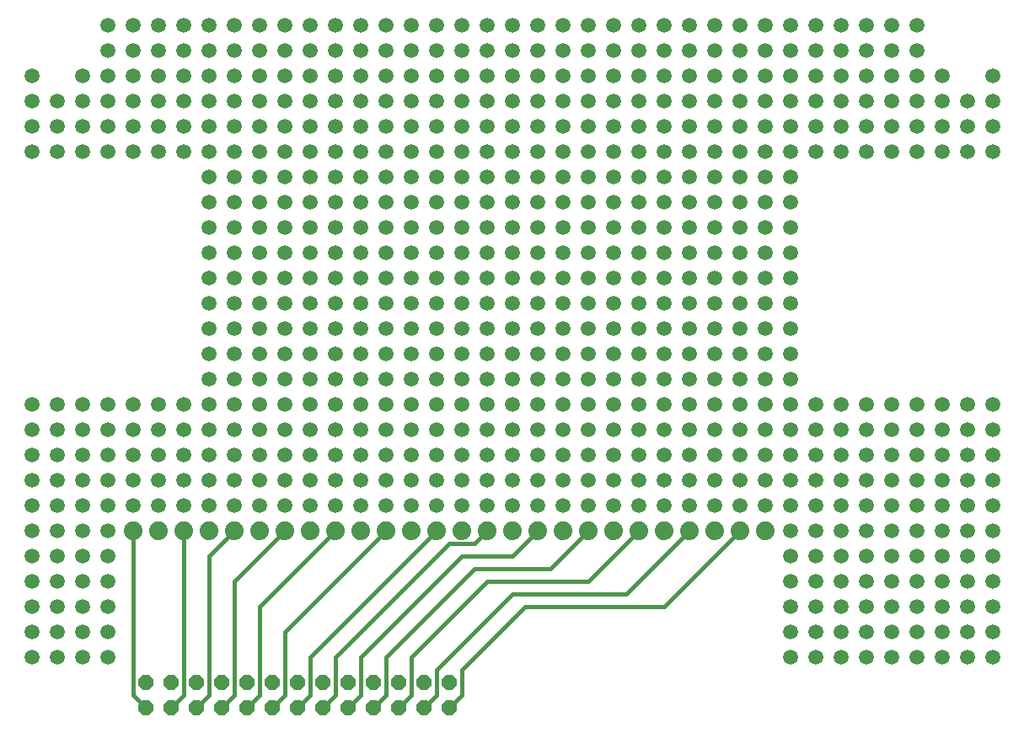
<source format=gbl>
G75*
%MOIN*%
%OFA0B0*%
%FSLAX25Y25*%
%IPPOS*%
%LPD*%
%AMOC8*
5,1,8,0,0,1.08239X$1,22.5*
%
%ADD10C,0.07400*%
%ADD11OC8,0.06000*%
%ADD12C,0.01600*%
%ADD13C,0.05906*%
D10*
X0046000Y0106300D03*
X0056000Y0106300D03*
X0066000Y0106300D03*
X0076000Y0106300D03*
X0086000Y0106300D03*
X0096000Y0106300D03*
X0106000Y0106300D03*
X0116000Y0106300D03*
X0126000Y0106300D03*
X0136000Y0106300D03*
X0146000Y0106300D03*
X0156000Y0106300D03*
X0166000Y0106300D03*
X0176000Y0106300D03*
X0186000Y0106300D03*
X0196000Y0106300D03*
X0206000Y0106300D03*
X0216000Y0106300D03*
X0226000Y0106300D03*
X0236000Y0106300D03*
X0246000Y0106300D03*
X0256000Y0106300D03*
X0266000Y0106300D03*
X0276000Y0106300D03*
X0286000Y0106300D03*
X0296000Y0106300D03*
D11*
X0171000Y0046300D03*
X0161000Y0046300D03*
X0161000Y0036300D03*
X0171000Y0036300D03*
X0151000Y0036300D03*
X0141000Y0036300D03*
X0141000Y0046300D03*
X0151000Y0046300D03*
X0131000Y0046300D03*
X0131000Y0036300D03*
X0121000Y0036300D03*
X0111000Y0036300D03*
X0111000Y0046300D03*
X0121000Y0046300D03*
X0101000Y0046300D03*
X0091000Y0046300D03*
X0091000Y0036300D03*
X0101000Y0036300D03*
X0081000Y0036300D03*
X0071000Y0036300D03*
X0071000Y0046300D03*
X0081000Y0046300D03*
X0061000Y0046300D03*
X0051000Y0046300D03*
X0051000Y0036300D03*
X0061000Y0036300D03*
D12*
X0046000Y0041300D02*
X0046000Y0106300D01*
X0066000Y0106300D02*
X0066000Y0041300D01*
X0061000Y0036300D01*
X0051000Y0036300D02*
X0046000Y0041300D01*
X0071000Y0036300D02*
X0076000Y0041300D01*
X0076000Y0096300D01*
X0086000Y0106300D01*
X0086000Y0086300D02*
X0106000Y0106300D01*
X0126000Y0106300D02*
X0096000Y0076300D01*
X0096000Y0041300D01*
X0091000Y0036300D01*
X0086000Y0041300D02*
X0086000Y0086300D01*
X0106000Y0066300D02*
X0146000Y0106300D01*
X0166000Y0106300D02*
X0116000Y0056300D01*
X0116000Y0041300D01*
X0111000Y0036300D01*
X0106000Y0041300D02*
X0106000Y0066300D01*
X0126000Y0056300D02*
X0171000Y0101300D01*
X0181000Y0101300D01*
X0186000Y0106300D01*
X0176000Y0096300D02*
X0196000Y0096300D01*
X0206000Y0106300D01*
X0211000Y0091300D02*
X0226000Y0106300D01*
X0226000Y0086300D02*
X0246000Y0106300D01*
X0266000Y0106300D02*
X0241000Y0081300D01*
X0196000Y0081300D01*
X0166000Y0051300D01*
X0166000Y0041300D01*
X0161000Y0036300D01*
X0156000Y0041300D02*
X0156000Y0056300D01*
X0186000Y0086300D01*
X0226000Y0086300D01*
X0211000Y0091300D02*
X0181000Y0091300D01*
X0146000Y0056300D01*
X0146000Y0041300D01*
X0141000Y0036300D01*
X0136000Y0041300D02*
X0136000Y0056300D01*
X0176000Y0096300D01*
X0201000Y0076300D02*
X0256000Y0076300D01*
X0286000Y0106300D01*
X0201000Y0076300D02*
X0176000Y0051300D01*
X0176000Y0041300D01*
X0171000Y0036300D01*
X0156000Y0041300D02*
X0151000Y0036300D01*
X0136000Y0041300D02*
X0131000Y0036300D01*
X0126000Y0041300D02*
X0126000Y0056300D01*
X0126000Y0041300D02*
X0121000Y0036300D01*
X0106000Y0041300D02*
X0101000Y0036300D01*
X0086000Y0041300D02*
X0081000Y0036300D01*
D13*
X0036000Y0056300D03*
X0036000Y0066300D03*
X0026000Y0066300D03*
X0016000Y0066300D03*
X0016000Y0056300D03*
X0026000Y0056300D03*
X0006000Y0056300D03*
X0006000Y0066300D03*
X0006000Y0076300D03*
X0006000Y0086300D03*
X0006000Y0096300D03*
X0006000Y0106300D03*
X0006000Y0116300D03*
X0006000Y0126300D03*
X0006000Y0136300D03*
X0016000Y0136300D03*
X0026000Y0136300D03*
X0026000Y0126300D03*
X0016000Y0126300D03*
X0016000Y0116300D03*
X0026000Y0116300D03*
X0026000Y0106300D03*
X0016000Y0106300D03*
X0016000Y0096300D03*
X0026000Y0096300D03*
X0026000Y0086300D03*
X0016000Y0086300D03*
X0016000Y0076300D03*
X0026000Y0076300D03*
X0036000Y0076300D03*
X0036000Y0086300D03*
X0036000Y0096300D03*
X0036000Y0106300D03*
X0036000Y0116300D03*
X0046000Y0116300D03*
X0046000Y0126300D03*
X0036000Y0126300D03*
X0036000Y0136300D03*
X0046000Y0136300D03*
X0056000Y0136300D03*
X0066000Y0136300D03*
X0066000Y0126300D03*
X0056000Y0126300D03*
X0056000Y0116300D03*
X0066000Y0116300D03*
X0076000Y0116300D03*
X0086000Y0116300D03*
X0086000Y0126300D03*
X0076000Y0126300D03*
X0076000Y0136300D03*
X0086000Y0136300D03*
X0096000Y0136300D03*
X0096000Y0126300D03*
X0096000Y0116300D03*
X0106000Y0116300D03*
X0116000Y0116300D03*
X0116000Y0126300D03*
X0106000Y0126300D03*
X0106000Y0136300D03*
X0116000Y0136300D03*
X0126000Y0136300D03*
X0136000Y0136300D03*
X0136000Y0126300D03*
X0126000Y0126300D03*
X0126000Y0116300D03*
X0136000Y0116300D03*
X0146000Y0116300D03*
X0156000Y0116300D03*
X0156000Y0126300D03*
X0146000Y0126300D03*
X0146000Y0136300D03*
X0156000Y0136300D03*
X0166000Y0136300D03*
X0166000Y0126300D03*
X0166000Y0116300D03*
X0176000Y0116300D03*
X0186000Y0116300D03*
X0186000Y0126300D03*
X0176000Y0126300D03*
X0176000Y0136300D03*
X0186000Y0136300D03*
X0196000Y0136300D03*
X0206000Y0136300D03*
X0206000Y0126300D03*
X0196000Y0126300D03*
X0196000Y0116300D03*
X0206000Y0116300D03*
X0216000Y0116300D03*
X0226000Y0116300D03*
X0226000Y0126300D03*
X0216000Y0126300D03*
X0216000Y0136300D03*
X0226000Y0136300D03*
X0236000Y0136300D03*
X0246000Y0136300D03*
X0246000Y0126300D03*
X0236000Y0126300D03*
X0236000Y0116300D03*
X0246000Y0116300D03*
X0256000Y0116300D03*
X0256000Y0126300D03*
X0256000Y0136300D03*
X0266000Y0136300D03*
X0276000Y0136300D03*
X0276000Y0126300D03*
X0266000Y0126300D03*
X0266000Y0116300D03*
X0276000Y0116300D03*
X0286000Y0116300D03*
X0296000Y0116300D03*
X0296000Y0126300D03*
X0286000Y0126300D03*
X0286000Y0136300D03*
X0296000Y0136300D03*
X0306000Y0136300D03*
X0316000Y0136300D03*
X0316000Y0126300D03*
X0306000Y0126300D03*
X0306000Y0116300D03*
X0316000Y0116300D03*
X0316000Y0106300D03*
X0306000Y0106300D03*
X0306000Y0096300D03*
X0316000Y0096300D03*
X0316000Y0086300D03*
X0306000Y0086300D03*
X0306000Y0076300D03*
X0316000Y0076300D03*
X0326000Y0076300D03*
X0336000Y0076300D03*
X0336000Y0086300D03*
X0326000Y0086300D03*
X0326000Y0096300D03*
X0336000Y0096300D03*
X0336000Y0106300D03*
X0326000Y0106300D03*
X0326000Y0116300D03*
X0336000Y0116300D03*
X0336000Y0126300D03*
X0326000Y0126300D03*
X0326000Y0136300D03*
X0336000Y0136300D03*
X0346000Y0136300D03*
X0346000Y0126300D03*
X0346000Y0116300D03*
X0346000Y0106300D03*
X0346000Y0096300D03*
X0346000Y0086300D03*
X0346000Y0076300D03*
X0356000Y0076300D03*
X0366000Y0076300D03*
X0366000Y0086300D03*
X0356000Y0086300D03*
X0356000Y0096300D03*
X0366000Y0096300D03*
X0366000Y0106300D03*
X0356000Y0106300D03*
X0356000Y0116300D03*
X0366000Y0116300D03*
X0366000Y0126300D03*
X0356000Y0126300D03*
X0356000Y0136300D03*
X0366000Y0136300D03*
X0376000Y0136300D03*
X0386000Y0136300D03*
X0386000Y0126300D03*
X0376000Y0126300D03*
X0376000Y0116300D03*
X0386000Y0116300D03*
X0386000Y0106300D03*
X0376000Y0106300D03*
X0376000Y0096300D03*
X0386000Y0096300D03*
X0386000Y0086300D03*
X0376000Y0086300D03*
X0376000Y0076300D03*
X0386000Y0076300D03*
X0386000Y0066300D03*
X0376000Y0066300D03*
X0376000Y0056300D03*
X0386000Y0056300D03*
X0366000Y0056300D03*
X0356000Y0056300D03*
X0356000Y0066300D03*
X0366000Y0066300D03*
X0346000Y0066300D03*
X0346000Y0056300D03*
X0336000Y0056300D03*
X0326000Y0056300D03*
X0326000Y0066300D03*
X0336000Y0066300D03*
X0316000Y0066300D03*
X0306000Y0066300D03*
X0306000Y0056300D03*
X0316000Y0056300D03*
X0316000Y0146300D03*
X0306000Y0146300D03*
X0306000Y0156300D03*
X0316000Y0156300D03*
X0326000Y0156300D03*
X0336000Y0156300D03*
X0336000Y0146300D03*
X0326000Y0146300D03*
X0346000Y0146300D03*
X0346000Y0156300D03*
X0356000Y0156300D03*
X0366000Y0156300D03*
X0366000Y0146300D03*
X0356000Y0146300D03*
X0376000Y0146300D03*
X0386000Y0146300D03*
X0386000Y0156300D03*
X0376000Y0156300D03*
X0306000Y0166300D03*
X0306000Y0176300D03*
X0306000Y0186300D03*
X0306000Y0196300D03*
X0296000Y0196300D03*
X0286000Y0196300D03*
X0286000Y0186300D03*
X0296000Y0186300D03*
X0296000Y0176300D03*
X0286000Y0176300D03*
X0286000Y0166300D03*
X0296000Y0166300D03*
X0296000Y0156300D03*
X0286000Y0156300D03*
X0286000Y0146300D03*
X0296000Y0146300D03*
X0276000Y0146300D03*
X0266000Y0146300D03*
X0266000Y0156300D03*
X0276000Y0156300D03*
X0276000Y0166300D03*
X0266000Y0166300D03*
X0266000Y0176300D03*
X0276000Y0176300D03*
X0276000Y0186300D03*
X0266000Y0186300D03*
X0266000Y0196300D03*
X0276000Y0196300D03*
X0276000Y0206300D03*
X0266000Y0206300D03*
X0266000Y0216300D03*
X0276000Y0216300D03*
X0276000Y0226300D03*
X0266000Y0226300D03*
X0266000Y0236300D03*
X0276000Y0236300D03*
X0276000Y0246300D03*
X0266000Y0246300D03*
X0266000Y0256300D03*
X0276000Y0256300D03*
X0276000Y0266300D03*
X0266000Y0266300D03*
X0256000Y0266300D03*
X0256000Y0256300D03*
X0256000Y0246300D03*
X0256000Y0236300D03*
X0256000Y0226300D03*
X0256000Y0216300D03*
X0256000Y0206300D03*
X0246000Y0206300D03*
X0236000Y0206300D03*
X0236000Y0216300D03*
X0246000Y0216300D03*
X0246000Y0226300D03*
X0236000Y0226300D03*
X0236000Y0236300D03*
X0246000Y0236300D03*
X0246000Y0246300D03*
X0236000Y0246300D03*
X0236000Y0256300D03*
X0246000Y0256300D03*
X0246000Y0266300D03*
X0236000Y0266300D03*
X0226000Y0266300D03*
X0216000Y0266300D03*
X0216000Y0256300D03*
X0226000Y0256300D03*
X0226000Y0246300D03*
X0216000Y0246300D03*
X0216000Y0236300D03*
X0226000Y0236300D03*
X0226000Y0226300D03*
X0216000Y0226300D03*
X0216000Y0216300D03*
X0226000Y0216300D03*
X0226000Y0206300D03*
X0216000Y0206300D03*
X0206000Y0206300D03*
X0196000Y0206300D03*
X0196000Y0216300D03*
X0206000Y0216300D03*
X0206000Y0226300D03*
X0196000Y0226300D03*
X0196000Y0236300D03*
X0206000Y0236300D03*
X0206000Y0246300D03*
X0196000Y0246300D03*
X0196000Y0256300D03*
X0206000Y0256300D03*
X0206000Y0266300D03*
X0196000Y0266300D03*
X0186000Y0266300D03*
X0176000Y0266300D03*
X0176000Y0256300D03*
X0186000Y0256300D03*
X0186000Y0246300D03*
X0176000Y0246300D03*
X0176000Y0236300D03*
X0186000Y0236300D03*
X0186000Y0226300D03*
X0176000Y0226300D03*
X0176000Y0216300D03*
X0186000Y0216300D03*
X0186000Y0206300D03*
X0176000Y0206300D03*
X0166000Y0206300D03*
X0166000Y0216300D03*
X0166000Y0226300D03*
X0166000Y0236300D03*
X0166000Y0246300D03*
X0166000Y0256300D03*
X0166000Y0266300D03*
X0156000Y0266300D03*
X0146000Y0266300D03*
X0146000Y0256300D03*
X0156000Y0256300D03*
X0156000Y0246300D03*
X0146000Y0246300D03*
X0146000Y0236300D03*
X0156000Y0236300D03*
X0156000Y0226300D03*
X0146000Y0226300D03*
X0146000Y0216300D03*
X0156000Y0216300D03*
X0156000Y0206300D03*
X0146000Y0206300D03*
X0136000Y0206300D03*
X0126000Y0206300D03*
X0126000Y0216300D03*
X0136000Y0216300D03*
X0136000Y0226300D03*
X0126000Y0226300D03*
X0126000Y0236300D03*
X0136000Y0236300D03*
X0136000Y0246300D03*
X0126000Y0246300D03*
X0126000Y0256300D03*
X0136000Y0256300D03*
X0136000Y0266300D03*
X0126000Y0266300D03*
X0116000Y0266300D03*
X0106000Y0266300D03*
X0106000Y0256300D03*
X0116000Y0256300D03*
X0116000Y0246300D03*
X0106000Y0246300D03*
X0106000Y0236300D03*
X0116000Y0236300D03*
X0116000Y0226300D03*
X0106000Y0226300D03*
X0106000Y0216300D03*
X0116000Y0216300D03*
X0116000Y0206300D03*
X0106000Y0206300D03*
X0096000Y0206300D03*
X0096000Y0216300D03*
X0096000Y0226300D03*
X0096000Y0236300D03*
X0096000Y0246300D03*
X0096000Y0256300D03*
X0096000Y0266300D03*
X0086000Y0266300D03*
X0076000Y0266300D03*
X0076000Y0256300D03*
X0086000Y0256300D03*
X0086000Y0246300D03*
X0076000Y0246300D03*
X0076000Y0236300D03*
X0086000Y0236300D03*
X0086000Y0226300D03*
X0076000Y0226300D03*
X0076000Y0216300D03*
X0086000Y0216300D03*
X0086000Y0206300D03*
X0076000Y0206300D03*
X0076000Y0196300D03*
X0086000Y0196300D03*
X0086000Y0186300D03*
X0076000Y0186300D03*
X0076000Y0176300D03*
X0086000Y0176300D03*
X0086000Y0166300D03*
X0076000Y0166300D03*
X0076000Y0156300D03*
X0086000Y0156300D03*
X0086000Y0146300D03*
X0076000Y0146300D03*
X0066000Y0146300D03*
X0056000Y0146300D03*
X0056000Y0156300D03*
X0066000Y0156300D03*
X0046000Y0156300D03*
X0036000Y0156300D03*
X0036000Y0146300D03*
X0046000Y0146300D03*
X0026000Y0146300D03*
X0016000Y0146300D03*
X0016000Y0156300D03*
X0026000Y0156300D03*
X0006000Y0156300D03*
X0006000Y0146300D03*
X0096000Y0146300D03*
X0096000Y0156300D03*
X0096000Y0166300D03*
X0096000Y0176300D03*
X0096000Y0186300D03*
X0096000Y0196300D03*
X0106000Y0196300D03*
X0116000Y0196300D03*
X0116000Y0186300D03*
X0106000Y0186300D03*
X0106000Y0176300D03*
X0116000Y0176300D03*
X0116000Y0166300D03*
X0106000Y0166300D03*
X0106000Y0156300D03*
X0116000Y0156300D03*
X0116000Y0146300D03*
X0106000Y0146300D03*
X0126000Y0146300D03*
X0136000Y0146300D03*
X0136000Y0156300D03*
X0126000Y0156300D03*
X0126000Y0166300D03*
X0136000Y0166300D03*
X0136000Y0176300D03*
X0126000Y0176300D03*
X0126000Y0186300D03*
X0136000Y0186300D03*
X0136000Y0196300D03*
X0126000Y0196300D03*
X0146000Y0196300D03*
X0156000Y0196300D03*
X0156000Y0186300D03*
X0146000Y0186300D03*
X0146000Y0176300D03*
X0156000Y0176300D03*
X0156000Y0166300D03*
X0146000Y0166300D03*
X0146000Y0156300D03*
X0156000Y0156300D03*
X0156000Y0146300D03*
X0146000Y0146300D03*
X0166000Y0146300D03*
X0166000Y0156300D03*
X0166000Y0166300D03*
X0166000Y0176300D03*
X0166000Y0186300D03*
X0166000Y0196300D03*
X0176000Y0196300D03*
X0186000Y0196300D03*
X0186000Y0186300D03*
X0176000Y0186300D03*
X0176000Y0176300D03*
X0186000Y0176300D03*
X0186000Y0166300D03*
X0176000Y0166300D03*
X0176000Y0156300D03*
X0186000Y0156300D03*
X0186000Y0146300D03*
X0176000Y0146300D03*
X0196000Y0146300D03*
X0206000Y0146300D03*
X0206000Y0156300D03*
X0196000Y0156300D03*
X0196000Y0166300D03*
X0206000Y0166300D03*
X0206000Y0176300D03*
X0196000Y0176300D03*
X0196000Y0186300D03*
X0206000Y0186300D03*
X0206000Y0196300D03*
X0196000Y0196300D03*
X0216000Y0196300D03*
X0226000Y0196300D03*
X0226000Y0186300D03*
X0216000Y0186300D03*
X0216000Y0176300D03*
X0226000Y0176300D03*
X0226000Y0166300D03*
X0216000Y0166300D03*
X0216000Y0156300D03*
X0226000Y0156300D03*
X0226000Y0146300D03*
X0216000Y0146300D03*
X0236000Y0146300D03*
X0246000Y0146300D03*
X0246000Y0156300D03*
X0236000Y0156300D03*
X0236000Y0166300D03*
X0246000Y0166300D03*
X0246000Y0176300D03*
X0236000Y0176300D03*
X0236000Y0186300D03*
X0246000Y0186300D03*
X0246000Y0196300D03*
X0236000Y0196300D03*
X0256000Y0196300D03*
X0256000Y0186300D03*
X0256000Y0176300D03*
X0256000Y0166300D03*
X0256000Y0156300D03*
X0256000Y0146300D03*
X0286000Y0206300D03*
X0296000Y0206300D03*
X0296000Y0216300D03*
X0286000Y0216300D03*
X0286000Y0226300D03*
X0296000Y0226300D03*
X0296000Y0236300D03*
X0286000Y0236300D03*
X0286000Y0246300D03*
X0296000Y0246300D03*
X0296000Y0256300D03*
X0286000Y0256300D03*
X0286000Y0266300D03*
X0296000Y0266300D03*
X0306000Y0266300D03*
X0316000Y0266300D03*
X0316000Y0256300D03*
X0306000Y0256300D03*
X0306000Y0246300D03*
X0306000Y0236300D03*
X0306000Y0226300D03*
X0306000Y0216300D03*
X0306000Y0206300D03*
X0326000Y0256300D03*
X0336000Y0256300D03*
X0336000Y0266300D03*
X0326000Y0266300D03*
X0326000Y0276300D03*
X0336000Y0276300D03*
X0336000Y0286300D03*
X0326000Y0286300D03*
X0326000Y0296300D03*
X0336000Y0296300D03*
X0336000Y0306300D03*
X0326000Y0306300D03*
X0316000Y0306300D03*
X0306000Y0306300D03*
X0306000Y0296300D03*
X0316000Y0296300D03*
X0316000Y0286300D03*
X0306000Y0286300D03*
X0306000Y0276300D03*
X0316000Y0276300D03*
X0296000Y0276300D03*
X0286000Y0276300D03*
X0286000Y0286300D03*
X0296000Y0286300D03*
X0296000Y0296300D03*
X0286000Y0296300D03*
X0286000Y0306300D03*
X0296000Y0306300D03*
X0276000Y0306300D03*
X0266000Y0306300D03*
X0266000Y0296300D03*
X0276000Y0296300D03*
X0276000Y0286300D03*
X0266000Y0286300D03*
X0266000Y0276300D03*
X0276000Y0276300D03*
X0256000Y0276300D03*
X0256000Y0286300D03*
X0256000Y0296300D03*
X0256000Y0306300D03*
X0246000Y0306300D03*
X0236000Y0306300D03*
X0236000Y0296300D03*
X0246000Y0296300D03*
X0246000Y0286300D03*
X0236000Y0286300D03*
X0236000Y0276300D03*
X0246000Y0276300D03*
X0226000Y0276300D03*
X0216000Y0276300D03*
X0216000Y0286300D03*
X0226000Y0286300D03*
X0226000Y0296300D03*
X0216000Y0296300D03*
X0216000Y0306300D03*
X0226000Y0306300D03*
X0206000Y0306300D03*
X0196000Y0306300D03*
X0196000Y0296300D03*
X0206000Y0296300D03*
X0206000Y0286300D03*
X0196000Y0286300D03*
X0196000Y0276300D03*
X0206000Y0276300D03*
X0186000Y0276300D03*
X0176000Y0276300D03*
X0176000Y0286300D03*
X0186000Y0286300D03*
X0186000Y0296300D03*
X0176000Y0296300D03*
X0176000Y0306300D03*
X0186000Y0306300D03*
X0166000Y0306300D03*
X0166000Y0296300D03*
X0166000Y0286300D03*
X0166000Y0276300D03*
X0156000Y0276300D03*
X0146000Y0276300D03*
X0146000Y0286300D03*
X0156000Y0286300D03*
X0156000Y0296300D03*
X0146000Y0296300D03*
X0146000Y0306300D03*
X0156000Y0306300D03*
X0136000Y0306300D03*
X0126000Y0306300D03*
X0126000Y0296300D03*
X0136000Y0296300D03*
X0136000Y0286300D03*
X0126000Y0286300D03*
X0126000Y0276300D03*
X0136000Y0276300D03*
X0116000Y0276300D03*
X0106000Y0276300D03*
X0106000Y0286300D03*
X0116000Y0286300D03*
X0116000Y0296300D03*
X0106000Y0296300D03*
X0106000Y0306300D03*
X0116000Y0306300D03*
X0096000Y0306300D03*
X0096000Y0296300D03*
X0096000Y0286300D03*
X0096000Y0276300D03*
X0086000Y0276300D03*
X0076000Y0276300D03*
X0076000Y0286300D03*
X0086000Y0286300D03*
X0086000Y0296300D03*
X0076000Y0296300D03*
X0076000Y0306300D03*
X0086000Y0306300D03*
X0066000Y0306300D03*
X0056000Y0306300D03*
X0056000Y0296300D03*
X0066000Y0296300D03*
X0066000Y0286300D03*
X0056000Y0286300D03*
X0056000Y0276300D03*
X0066000Y0276300D03*
X0066000Y0266300D03*
X0056000Y0266300D03*
X0056000Y0256300D03*
X0066000Y0256300D03*
X0046000Y0256300D03*
X0036000Y0256300D03*
X0036000Y0266300D03*
X0046000Y0266300D03*
X0046000Y0276300D03*
X0036000Y0276300D03*
X0036000Y0286300D03*
X0046000Y0286300D03*
X0046000Y0296300D03*
X0036000Y0296300D03*
X0036000Y0306300D03*
X0046000Y0306300D03*
X0026000Y0286300D03*
X0026000Y0276300D03*
X0016000Y0276300D03*
X0006000Y0276300D03*
X0006000Y0286300D03*
X0006000Y0266300D03*
X0006000Y0256300D03*
X0016000Y0256300D03*
X0026000Y0256300D03*
X0026000Y0266300D03*
X0016000Y0266300D03*
X0346000Y0266300D03*
X0346000Y0256300D03*
X0356000Y0256300D03*
X0366000Y0256300D03*
X0366000Y0266300D03*
X0356000Y0266300D03*
X0356000Y0276300D03*
X0366000Y0276300D03*
X0366000Y0286300D03*
X0356000Y0286300D03*
X0356000Y0296300D03*
X0356000Y0306300D03*
X0346000Y0306300D03*
X0346000Y0296300D03*
X0346000Y0286300D03*
X0346000Y0276300D03*
X0376000Y0276300D03*
X0386000Y0276300D03*
X0386000Y0286300D03*
X0386000Y0266300D03*
X0376000Y0266300D03*
X0376000Y0256300D03*
X0386000Y0256300D03*
M02*

</source>
